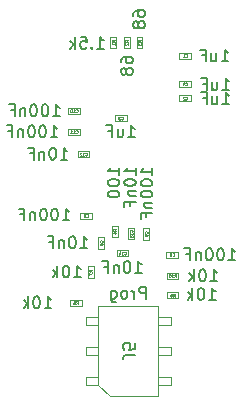
<source format=gbr>
G04 #@! TF.GenerationSoftware,KiCad,Pcbnew,5.0.1-33cea8e~68~ubuntu18.04.1*
G04 #@! TF.CreationDate,2018-11-10T13:26:22+01:00*
G04 #@! TF.ProjectId,Tiny-up5k,54696E792D7570356B2E6B696361645F,rev?*
G04 #@! TF.SameCoordinates,Original*
G04 #@! TF.FileFunction,Other,Fab,Bot*
%FSLAX46Y46*%
G04 Gerber Fmt 4.6, Leading zero omitted, Abs format (unit mm)*
G04 Created by KiCad (PCBNEW 5.0.1-33cea8e~68~ubuntu18.04.1) date za 10 nov 2018 13:26:22 CET*
%MOMM*%
%LPD*%
G01*
G04 APERTURE LIST*
%ADD10C,0.100000*%
%ADD11C,0.150000*%
%ADD12C,0.040000*%
G04 APERTURE END LIST*
D10*
G04 #@! TO.C,C12*
X147843000Y-112018000D02*
X146843000Y-112018000D01*
X147843000Y-112518000D02*
X147843000Y-112018000D01*
X146843000Y-112518000D02*
X147843000Y-112518000D01*
X146843000Y-112018000D02*
X146843000Y-112518000D01*
G04 #@! TO.C,C1*
X155436000Y-103673100D02*
X155436000Y-104173100D01*
X155436000Y-104173100D02*
X156436000Y-104173100D01*
X156436000Y-104173100D02*
X156436000Y-103673100D01*
X156436000Y-103673100D02*
X155436000Y-103673100D01*
G04 #@! TO.C,C2*
X156436000Y-107273100D02*
X155436000Y-107273100D01*
X156436000Y-107773100D02*
X156436000Y-107273100D01*
X155436000Y-107773100D02*
X156436000Y-107773100D01*
X155436000Y-107273100D02*
X155436000Y-107773100D01*
G04 #@! TO.C,C3*
X150995000Y-109470000D02*
X150995000Y-108970000D01*
X150995000Y-108970000D02*
X149995000Y-108970000D01*
X149995000Y-108970000D02*
X149995000Y-109470000D01*
X149995000Y-109470000D02*
X150995000Y-109470000D01*
G04 #@! TO.C,C4*
X156436000Y-106073100D02*
X155436000Y-106073100D01*
X156436000Y-106573100D02*
X156436000Y-106073100D01*
X155436000Y-106573100D02*
X156436000Y-106573100D01*
X155436000Y-106073100D02*
X155436000Y-106573100D01*
G04 #@! TO.C,C5*
X154336000Y-121027000D02*
X155336000Y-121027000D01*
X154336000Y-120527000D02*
X154336000Y-121027000D01*
X155336000Y-120527000D02*
X154336000Y-120527000D01*
X155336000Y-121027000D02*
X155336000Y-120527000D01*
G04 #@! TO.C,C6*
X149094000Y-119261000D02*
X148594000Y-119261000D01*
X148594000Y-119261000D02*
X148594000Y-120261000D01*
X148594000Y-120261000D02*
X149094000Y-120261000D01*
X149094000Y-120261000D02*
X149094000Y-119261000D01*
G04 #@! TO.C,C8*
X147051000Y-117225000D02*
X147051000Y-117725000D01*
X147051000Y-117725000D02*
X148051000Y-117725000D01*
X148051000Y-117725000D02*
X148051000Y-117225000D01*
X148051000Y-117225000D02*
X147051000Y-117225000D01*
G04 #@! TO.C,C9*
X152904000Y-119499000D02*
X152904000Y-118499000D01*
X152404000Y-119499000D02*
X152904000Y-119499000D01*
X152404000Y-118499000D02*
X152404000Y-119499000D01*
X152904000Y-118499000D02*
X152404000Y-118499000D01*
G04 #@! TO.C,C10*
X146035000Y-108835000D02*
X147035000Y-108835000D01*
X146035000Y-108335000D02*
X146035000Y-108835000D01*
X147035000Y-108335000D02*
X146035000Y-108335000D01*
X147035000Y-108835000D02*
X147035000Y-108335000D01*
G04 #@! TO.C,C11*
X147035000Y-110613000D02*
X147035000Y-110113000D01*
X147035000Y-110113000D02*
X146035000Y-110113000D01*
X146035000Y-110113000D02*
X146035000Y-110613000D01*
X146035000Y-110613000D02*
X147035000Y-110613000D01*
G04 #@! TO.C,C13*
X151634000Y-118476000D02*
X151134000Y-118476000D01*
X151134000Y-118476000D02*
X151134000Y-119476000D01*
X151134000Y-119476000D02*
X151634000Y-119476000D01*
X151634000Y-119476000D02*
X151634000Y-118476000D01*
G04 #@! TO.C,C14*
X151145000Y-120400000D02*
X150145000Y-120400000D01*
X151145000Y-120900000D02*
X151145000Y-120400000D01*
X150145000Y-120900000D02*
X151145000Y-120900000D01*
X150145000Y-120400000D02*
X150145000Y-120900000D01*
G04 #@! TO.C,R1*
X150110000Y-103306500D02*
X150110000Y-102306500D01*
X149610000Y-103306500D02*
X150110000Y-103306500D01*
X149610000Y-102306500D02*
X149610000Y-103306500D01*
X150110000Y-102306500D02*
X149610000Y-102306500D01*
G04 #@! TO.C,R2*
X150753000Y-102312000D02*
X150753000Y-103312000D01*
X151253000Y-102312000D02*
X150753000Y-102312000D01*
X151253000Y-103312000D02*
X151253000Y-102312000D01*
X150753000Y-103312000D02*
X151253000Y-103312000D01*
G04 #@! TO.C,R3*
X151832500Y-102312000D02*
X151832500Y-103312000D01*
X152332500Y-102312000D02*
X151832500Y-102312000D01*
X152332500Y-103312000D02*
X152332500Y-102312000D01*
X151832500Y-103312000D02*
X152332500Y-103312000D01*
G04 #@! TO.C,R4*
X149737000Y-119303000D02*
X150237000Y-119303000D01*
X150237000Y-119303000D02*
X150237000Y-118303000D01*
X150237000Y-118303000D02*
X149737000Y-118303000D01*
X149737000Y-118303000D02*
X149737000Y-119303000D01*
G04 #@! TO.C,R5*
X147185000Y-125091000D02*
X147185000Y-124591000D01*
X147185000Y-124591000D02*
X146185000Y-124591000D01*
X146185000Y-124591000D02*
X146185000Y-125091000D01*
X146185000Y-125091000D02*
X147185000Y-125091000D01*
G04 #@! TO.C,R6*
X154382000Y-124456000D02*
X155382000Y-124456000D01*
X154382000Y-123956000D02*
X154382000Y-124456000D01*
X155382000Y-123956000D02*
X154382000Y-123956000D01*
X155382000Y-124456000D02*
X155382000Y-123956000D01*
G04 #@! TO.C,R7*
X148205000Y-121743000D02*
X147705000Y-121743000D01*
X147705000Y-121743000D02*
X147705000Y-122743000D01*
X147705000Y-122743000D02*
X148205000Y-122743000D01*
X148205000Y-122743000D02*
X148205000Y-121743000D01*
G04 #@! TO.C,R10*
X155382000Y-122805000D02*
X155382000Y-122305000D01*
X155382000Y-122305000D02*
X154382000Y-122305000D01*
X154382000Y-122305000D02*
X154382000Y-122805000D01*
X154382000Y-122805000D02*
X155382000Y-122805000D01*
G04 #@! TO.C,J5*
X153685000Y-125095000D02*
X148605000Y-125095000D01*
X149555000Y-132715000D02*
X153685000Y-132715000D01*
X148605000Y-125095000D02*
X148605000Y-131765000D01*
X148605000Y-131765000D02*
X149555000Y-132715000D01*
X153685000Y-132715000D02*
X153685000Y-125095000D01*
X148605000Y-131765000D02*
X147545000Y-131765000D01*
X147545000Y-131765000D02*
X147545000Y-131125000D01*
X147545000Y-131125000D02*
X148605000Y-131125000D01*
X153685000Y-131765000D02*
X154745000Y-131765000D01*
X154745000Y-131765000D02*
X154745000Y-131125000D01*
X154745000Y-131125000D02*
X153685000Y-131125000D01*
X148605000Y-129225000D02*
X147545000Y-129225000D01*
X147545000Y-129225000D02*
X147545000Y-128585000D01*
X147545000Y-128585000D02*
X148605000Y-128585000D01*
X153685000Y-129225000D02*
X154745000Y-129225000D01*
X154745000Y-129225000D02*
X154745000Y-128585000D01*
X154745000Y-128585000D02*
X153685000Y-128585000D01*
X148605000Y-126685000D02*
X147545000Y-126685000D01*
X147545000Y-126685000D02*
X147545000Y-126045000D01*
X147545000Y-126045000D02*
X148605000Y-126045000D01*
X153685000Y-126685000D02*
X154745000Y-126685000D01*
X154745000Y-126685000D02*
X154745000Y-126045000D01*
X154745000Y-126045000D02*
X153685000Y-126045000D01*
G04 #@! TD*
G04 #@! TO.C,C12*
D11*
X145406928Y-112720380D02*
X145978357Y-112720380D01*
X145692642Y-112720380D02*
X145692642Y-111720380D01*
X145787880Y-111863238D01*
X145883119Y-111958476D01*
X145978357Y-112006095D01*
X144787880Y-111720380D02*
X144692642Y-111720380D01*
X144597404Y-111768000D01*
X144549785Y-111815619D01*
X144502166Y-111910857D01*
X144454547Y-112101333D01*
X144454547Y-112339428D01*
X144502166Y-112529904D01*
X144549785Y-112625142D01*
X144597404Y-112672761D01*
X144692642Y-112720380D01*
X144787880Y-112720380D01*
X144883119Y-112672761D01*
X144930738Y-112625142D01*
X144978357Y-112529904D01*
X145025976Y-112339428D01*
X145025976Y-112101333D01*
X144978357Y-111910857D01*
X144930738Y-111815619D01*
X144883119Y-111768000D01*
X144787880Y-111720380D01*
X144025976Y-112053714D02*
X144025976Y-112720380D01*
X144025976Y-112148952D02*
X143978357Y-112101333D01*
X143883119Y-112053714D01*
X143740261Y-112053714D01*
X143645023Y-112101333D01*
X143597404Y-112196571D01*
X143597404Y-112720380D01*
X142787880Y-112196571D02*
X143121214Y-112196571D01*
X143121214Y-112720380D02*
X143121214Y-111720380D01*
X142645023Y-111720380D01*
D12*
X147503714Y-112357285D02*
X147515619Y-112369190D01*
X147551333Y-112381095D01*
X147575142Y-112381095D01*
X147610857Y-112369190D01*
X147634666Y-112345380D01*
X147646571Y-112321571D01*
X147658476Y-112273952D01*
X147658476Y-112238238D01*
X147646571Y-112190619D01*
X147634666Y-112166809D01*
X147610857Y-112143000D01*
X147575142Y-112131095D01*
X147551333Y-112131095D01*
X147515619Y-112143000D01*
X147503714Y-112154904D01*
X147265619Y-112381095D02*
X147408476Y-112381095D01*
X147337047Y-112381095D02*
X147337047Y-112131095D01*
X147360857Y-112166809D01*
X147384666Y-112190619D01*
X147408476Y-112202523D01*
X147170380Y-112154904D02*
X147158476Y-112143000D01*
X147134666Y-112131095D01*
X147075142Y-112131095D01*
X147051333Y-112143000D01*
X147039428Y-112154904D01*
X147027523Y-112178714D01*
X147027523Y-112202523D01*
X147039428Y-112238238D01*
X147182285Y-112381095D01*
X147027523Y-112381095D01*
G04 #@! TO.C,C1*
D11*
X159027738Y-104401880D02*
X159599166Y-104401880D01*
X159313452Y-104401880D02*
X159313452Y-103401880D01*
X159408690Y-103544738D01*
X159503928Y-103639976D01*
X159599166Y-103687595D01*
X158170595Y-103735214D02*
X158170595Y-104401880D01*
X158599166Y-103735214D02*
X158599166Y-104259023D01*
X158551547Y-104354261D01*
X158456309Y-104401880D01*
X158313452Y-104401880D01*
X158218214Y-104354261D01*
X158170595Y-104306642D01*
X157361071Y-103878071D02*
X157694404Y-103878071D01*
X157694404Y-104401880D02*
X157694404Y-103401880D01*
X157218214Y-103401880D01*
D12*
X155977666Y-104012385D02*
X155989571Y-104024290D01*
X156025285Y-104036195D01*
X156049095Y-104036195D01*
X156084809Y-104024290D01*
X156108619Y-104000480D01*
X156120523Y-103976671D01*
X156132428Y-103929052D01*
X156132428Y-103893338D01*
X156120523Y-103845719D01*
X156108619Y-103821909D01*
X156084809Y-103798100D01*
X156049095Y-103786195D01*
X156025285Y-103786195D01*
X155989571Y-103798100D01*
X155977666Y-103810004D01*
X155739571Y-104036195D02*
X155882428Y-104036195D01*
X155811000Y-104036195D02*
X155811000Y-103786195D01*
X155834809Y-103821909D01*
X155858619Y-103845719D01*
X155882428Y-103857623D01*
G04 #@! TO.C,C2*
D11*
X159091238Y-108021380D02*
X159662666Y-108021380D01*
X159376952Y-108021380D02*
X159376952Y-107021380D01*
X159472190Y-107164238D01*
X159567428Y-107259476D01*
X159662666Y-107307095D01*
X158234095Y-107354714D02*
X158234095Y-108021380D01*
X158662666Y-107354714D02*
X158662666Y-107878523D01*
X158615047Y-107973761D01*
X158519809Y-108021380D01*
X158376952Y-108021380D01*
X158281714Y-107973761D01*
X158234095Y-107926142D01*
X157424571Y-107497571D02*
X157757904Y-107497571D01*
X157757904Y-108021380D02*
X157757904Y-107021380D01*
X157281714Y-107021380D01*
D12*
X155977666Y-107612385D02*
X155989571Y-107624290D01*
X156025285Y-107636195D01*
X156049095Y-107636195D01*
X156084809Y-107624290D01*
X156108619Y-107600480D01*
X156120523Y-107576671D01*
X156132428Y-107529052D01*
X156132428Y-107493338D01*
X156120523Y-107445719D01*
X156108619Y-107421909D01*
X156084809Y-107398100D01*
X156049095Y-107386195D01*
X156025285Y-107386195D01*
X155989571Y-107398100D01*
X155977666Y-107410004D01*
X155882428Y-107410004D02*
X155870523Y-107398100D01*
X155846714Y-107386195D01*
X155787190Y-107386195D01*
X155763380Y-107398100D01*
X155751476Y-107410004D01*
X155739571Y-107433814D01*
X155739571Y-107457623D01*
X155751476Y-107493338D01*
X155894333Y-107636195D01*
X155739571Y-107636195D01*
G04 #@! TO.C,C3*
D11*
X151090238Y-110815380D02*
X151661666Y-110815380D01*
X151375952Y-110815380D02*
X151375952Y-109815380D01*
X151471190Y-109958238D01*
X151566428Y-110053476D01*
X151661666Y-110101095D01*
X150233095Y-110148714D02*
X150233095Y-110815380D01*
X150661666Y-110148714D02*
X150661666Y-110672523D01*
X150614047Y-110767761D01*
X150518809Y-110815380D01*
X150375952Y-110815380D01*
X150280714Y-110767761D01*
X150233095Y-110720142D01*
X149423571Y-110291571D02*
X149756904Y-110291571D01*
X149756904Y-110815380D02*
X149756904Y-109815380D01*
X149280714Y-109815380D01*
D12*
X150536666Y-109309285D02*
X150548571Y-109321190D01*
X150584285Y-109333095D01*
X150608095Y-109333095D01*
X150643809Y-109321190D01*
X150667619Y-109297380D01*
X150679523Y-109273571D01*
X150691428Y-109225952D01*
X150691428Y-109190238D01*
X150679523Y-109142619D01*
X150667619Y-109118809D01*
X150643809Y-109095000D01*
X150608095Y-109083095D01*
X150584285Y-109083095D01*
X150548571Y-109095000D01*
X150536666Y-109106904D01*
X150453333Y-109083095D02*
X150298571Y-109083095D01*
X150381904Y-109178333D01*
X150346190Y-109178333D01*
X150322380Y-109190238D01*
X150310476Y-109202142D01*
X150298571Y-109225952D01*
X150298571Y-109285476D01*
X150310476Y-109309285D01*
X150322380Y-109321190D01*
X150346190Y-109333095D01*
X150417619Y-109333095D01*
X150441428Y-109321190D01*
X150453333Y-109309285D01*
G04 #@! TO.C,C4*
D11*
X159091238Y-106814880D02*
X159662666Y-106814880D01*
X159376952Y-106814880D02*
X159376952Y-105814880D01*
X159472190Y-105957738D01*
X159567428Y-106052976D01*
X159662666Y-106100595D01*
X158234095Y-106148214D02*
X158234095Y-106814880D01*
X158662666Y-106148214D02*
X158662666Y-106672023D01*
X158615047Y-106767261D01*
X158519809Y-106814880D01*
X158376952Y-106814880D01*
X158281714Y-106767261D01*
X158234095Y-106719642D01*
X157424571Y-106291071D02*
X157757904Y-106291071D01*
X157757904Y-106814880D02*
X157757904Y-105814880D01*
X157281714Y-105814880D01*
D12*
X155977666Y-106412385D02*
X155989571Y-106424290D01*
X156025285Y-106436195D01*
X156049095Y-106436195D01*
X156084809Y-106424290D01*
X156108619Y-106400480D01*
X156120523Y-106376671D01*
X156132428Y-106329052D01*
X156132428Y-106293338D01*
X156120523Y-106245719D01*
X156108619Y-106221909D01*
X156084809Y-106198100D01*
X156049095Y-106186195D01*
X156025285Y-106186195D01*
X155989571Y-106198100D01*
X155977666Y-106210004D01*
X155763380Y-106269528D02*
X155763380Y-106436195D01*
X155822904Y-106174290D02*
X155882428Y-106352861D01*
X155727666Y-106352861D01*
G04 #@! TO.C,C5*
D11*
X159599119Y-121229380D02*
X160170547Y-121229380D01*
X159884833Y-121229380D02*
X159884833Y-120229380D01*
X159980071Y-120372238D01*
X160075309Y-120467476D01*
X160170547Y-120515095D01*
X158980071Y-120229380D02*
X158884833Y-120229380D01*
X158789595Y-120277000D01*
X158741976Y-120324619D01*
X158694357Y-120419857D01*
X158646738Y-120610333D01*
X158646738Y-120848428D01*
X158694357Y-121038904D01*
X158741976Y-121134142D01*
X158789595Y-121181761D01*
X158884833Y-121229380D01*
X158980071Y-121229380D01*
X159075309Y-121181761D01*
X159122928Y-121134142D01*
X159170547Y-121038904D01*
X159218166Y-120848428D01*
X159218166Y-120610333D01*
X159170547Y-120419857D01*
X159122928Y-120324619D01*
X159075309Y-120277000D01*
X158980071Y-120229380D01*
X158027690Y-120229380D02*
X157932452Y-120229380D01*
X157837214Y-120277000D01*
X157789595Y-120324619D01*
X157741976Y-120419857D01*
X157694357Y-120610333D01*
X157694357Y-120848428D01*
X157741976Y-121038904D01*
X157789595Y-121134142D01*
X157837214Y-121181761D01*
X157932452Y-121229380D01*
X158027690Y-121229380D01*
X158122928Y-121181761D01*
X158170547Y-121134142D01*
X158218166Y-121038904D01*
X158265785Y-120848428D01*
X158265785Y-120610333D01*
X158218166Y-120419857D01*
X158170547Y-120324619D01*
X158122928Y-120277000D01*
X158027690Y-120229380D01*
X157265785Y-120562714D02*
X157265785Y-121229380D01*
X157265785Y-120657952D02*
X157218166Y-120610333D01*
X157122928Y-120562714D01*
X156980071Y-120562714D01*
X156884833Y-120610333D01*
X156837214Y-120705571D01*
X156837214Y-121229380D01*
X156027690Y-120705571D02*
X156361023Y-120705571D01*
X156361023Y-121229380D02*
X156361023Y-120229380D01*
X155884833Y-120229380D01*
D12*
X154877666Y-120866285D02*
X154889571Y-120878190D01*
X154925285Y-120890095D01*
X154949095Y-120890095D01*
X154984809Y-120878190D01*
X155008619Y-120854380D01*
X155020523Y-120830571D01*
X155032428Y-120782952D01*
X155032428Y-120747238D01*
X155020523Y-120699619D01*
X155008619Y-120675809D01*
X154984809Y-120652000D01*
X154949095Y-120640095D01*
X154925285Y-120640095D01*
X154889571Y-120652000D01*
X154877666Y-120663904D01*
X154651476Y-120640095D02*
X154770523Y-120640095D01*
X154782428Y-120759142D01*
X154770523Y-120747238D01*
X154746714Y-120735333D01*
X154687190Y-120735333D01*
X154663380Y-120747238D01*
X154651476Y-120759142D01*
X154639571Y-120782952D01*
X154639571Y-120842476D01*
X154651476Y-120866285D01*
X154663380Y-120878190D01*
X154687190Y-120890095D01*
X154746714Y-120890095D01*
X154770523Y-120878190D01*
X154782428Y-120866285D01*
G04 #@! TO.C,C6*
D11*
X147057928Y-120213380D02*
X147629357Y-120213380D01*
X147343642Y-120213380D02*
X147343642Y-119213380D01*
X147438880Y-119356238D01*
X147534119Y-119451476D01*
X147629357Y-119499095D01*
X146438880Y-119213380D02*
X146343642Y-119213380D01*
X146248404Y-119261000D01*
X146200785Y-119308619D01*
X146153166Y-119403857D01*
X146105547Y-119594333D01*
X146105547Y-119832428D01*
X146153166Y-120022904D01*
X146200785Y-120118142D01*
X146248404Y-120165761D01*
X146343642Y-120213380D01*
X146438880Y-120213380D01*
X146534119Y-120165761D01*
X146581738Y-120118142D01*
X146629357Y-120022904D01*
X146676976Y-119832428D01*
X146676976Y-119594333D01*
X146629357Y-119403857D01*
X146581738Y-119308619D01*
X146534119Y-119261000D01*
X146438880Y-119213380D01*
X145676976Y-119546714D02*
X145676976Y-120213380D01*
X145676976Y-119641952D02*
X145629357Y-119594333D01*
X145534119Y-119546714D01*
X145391261Y-119546714D01*
X145296023Y-119594333D01*
X145248404Y-119689571D01*
X145248404Y-120213380D01*
X144438880Y-119689571D02*
X144772214Y-119689571D01*
X144772214Y-120213380D02*
X144772214Y-119213380D01*
X144296023Y-119213380D01*
D12*
X148933285Y-119719333D02*
X148945190Y-119707428D01*
X148957095Y-119671714D01*
X148957095Y-119647904D01*
X148945190Y-119612190D01*
X148921380Y-119588380D01*
X148897571Y-119576476D01*
X148849952Y-119564571D01*
X148814238Y-119564571D01*
X148766619Y-119576476D01*
X148742809Y-119588380D01*
X148719000Y-119612190D01*
X148707095Y-119647904D01*
X148707095Y-119671714D01*
X148719000Y-119707428D01*
X148730904Y-119719333D01*
X148707095Y-119933619D02*
X148707095Y-119886000D01*
X148719000Y-119862190D01*
X148730904Y-119850285D01*
X148766619Y-119826476D01*
X148814238Y-119814571D01*
X148909476Y-119814571D01*
X148933285Y-119826476D01*
X148945190Y-119838380D01*
X148957095Y-119862190D01*
X148957095Y-119909809D01*
X148945190Y-119933619D01*
X148933285Y-119945523D01*
X148909476Y-119957428D01*
X148849952Y-119957428D01*
X148826142Y-119945523D01*
X148814238Y-119933619D01*
X148802333Y-119909809D01*
X148802333Y-119862190D01*
X148814238Y-119838380D01*
X148826142Y-119826476D01*
X148849952Y-119814571D01*
G04 #@! TO.C,C8*
D11*
X145565619Y-117863880D02*
X146137047Y-117863880D01*
X145851333Y-117863880D02*
X145851333Y-116863880D01*
X145946571Y-117006738D01*
X146041809Y-117101976D01*
X146137047Y-117149595D01*
X144946571Y-116863880D02*
X144851333Y-116863880D01*
X144756095Y-116911500D01*
X144708476Y-116959119D01*
X144660857Y-117054357D01*
X144613238Y-117244833D01*
X144613238Y-117482928D01*
X144660857Y-117673404D01*
X144708476Y-117768642D01*
X144756095Y-117816261D01*
X144851333Y-117863880D01*
X144946571Y-117863880D01*
X145041809Y-117816261D01*
X145089428Y-117768642D01*
X145137047Y-117673404D01*
X145184666Y-117482928D01*
X145184666Y-117244833D01*
X145137047Y-117054357D01*
X145089428Y-116959119D01*
X145041809Y-116911500D01*
X144946571Y-116863880D01*
X143994190Y-116863880D02*
X143898952Y-116863880D01*
X143803714Y-116911500D01*
X143756095Y-116959119D01*
X143708476Y-117054357D01*
X143660857Y-117244833D01*
X143660857Y-117482928D01*
X143708476Y-117673404D01*
X143756095Y-117768642D01*
X143803714Y-117816261D01*
X143898952Y-117863880D01*
X143994190Y-117863880D01*
X144089428Y-117816261D01*
X144137047Y-117768642D01*
X144184666Y-117673404D01*
X144232285Y-117482928D01*
X144232285Y-117244833D01*
X144184666Y-117054357D01*
X144137047Y-116959119D01*
X144089428Y-116911500D01*
X143994190Y-116863880D01*
X143232285Y-117197214D02*
X143232285Y-117863880D01*
X143232285Y-117292452D02*
X143184666Y-117244833D01*
X143089428Y-117197214D01*
X142946571Y-117197214D01*
X142851333Y-117244833D01*
X142803714Y-117340071D01*
X142803714Y-117863880D01*
X141994190Y-117340071D02*
X142327523Y-117340071D01*
X142327523Y-117863880D02*
X142327523Y-116863880D01*
X141851333Y-116863880D01*
D12*
X147592666Y-117564285D02*
X147604571Y-117576190D01*
X147640285Y-117588095D01*
X147664095Y-117588095D01*
X147699809Y-117576190D01*
X147723619Y-117552380D01*
X147735523Y-117528571D01*
X147747428Y-117480952D01*
X147747428Y-117445238D01*
X147735523Y-117397619D01*
X147723619Y-117373809D01*
X147699809Y-117350000D01*
X147664095Y-117338095D01*
X147640285Y-117338095D01*
X147604571Y-117350000D01*
X147592666Y-117361904D01*
X147449809Y-117445238D02*
X147473619Y-117433333D01*
X147485523Y-117421428D01*
X147497428Y-117397619D01*
X147497428Y-117385714D01*
X147485523Y-117361904D01*
X147473619Y-117350000D01*
X147449809Y-117338095D01*
X147402190Y-117338095D01*
X147378380Y-117350000D01*
X147366476Y-117361904D01*
X147354571Y-117385714D01*
X147354571Y-117397619D01*
X147366476Y-117421428D01*
X147378380Y-117433333D01*
X147402190Y-117445238D01*
X147449809Y-117445238D01*
X147473619Y-117457142D01*
X147485523Y-117469047D01*
X147497428Y-117492857D01*
X147497428Y-117540476D01*
X147485523Y-117564285D01*
X147473619Y-117576190D01*
X147449809Y-117588095D01*
X147402190Y-117588095D01*
X147378380Y-117576190D01*
X147366476Y-117564285D01*
X147354571Y-117540476D01*
X147354571Y-117492857D01*
X147366476Y-117469047D01*
X147378380Y-117457142D01*
X147402190Y-117445238D01*
G04 #@! TO.C,C9*
D11*
X153169880Y-114022380D02*
X153169880Y-113450952D01*
X153169880Y-113736666D02*
X152169880Y-113736666D01*
X152312738Y-113641428D01*
X152407976Y-113546190D01*
X152455595Y-113450952D01*
X152169880Y-114641428D02*
X152169880Y-114736666D01*
X152217500Y-114831904D01*
X152265119Y-114879523D01*
X152360357Y-114927142D01*
X152550833Y-114974761D01*
X152788928Y-114974761D01*
X152979404Y-114927142D01*
X153074642Y-114879523D01*
X153122261Y-114831904D01*
X153169880Y-114736666D01*
X153169880Y-114641428D01*
X153122261Y-114546190D01*
X153074642Y-114498571D01*
X152979404Y-114450952D01*
X152788928Y-114403333D01*
X152550833Y-114403333D01*
X152360357Y-114450952D01*
X152265119Y-114498571D01*
X152217500Y-114546190D01*
X152169880Y-114641428D01*
X152169880Y-115593809D02*
X152169880Y-115689047D01*
X152217500Y-115784285D01*
X152265119Y-115831904D01*
X152360357Y-115879523D01*
X152550833Y-115927142D01*
X152788928Y-115927142D01*
X152979404Y-115879523D01*
X153074642Y-115831904D01*
X153122261Y-115784285D01*
X153169880Y-115689047D01*
X153169880Y-115593809D01*
X153122261Y-115498571D01*
X153074642Y-115450952D01*
X152979404Y-115403333D01*
X152788928Y-115355714D01*
X152550833Y-115355714D01*
X152360357Y-115403333D01*
X152265119Y-115450952D01*
X152217500Y-115498571D01*
X152169880Y-115593809D01*
X152503214Y-116355714D02*
X153169880Y-116355714D01*
X152598452Y-116355714D02*
X152550833Y-116403333D01*
X152503214Y-116498571D01*
X152503214Y-116641428D01*
X152550833Y-116736666D01*
X152646071Y-116784285D01*
X153169880Y-116784285D01*
X152646071Y-117593809D02*
X152646071Y-117260476D01*
X153169880Y-117260476D02*
X152169880Y-117260476D01*
X152169880Y-117736666D01*
D12*
X152743285Y-118957333D02*
X152755190Y-118945428D01*
X152767095Y-118909714D01*
X152767095Y-118885904D01*
X152755190Y-118850190D01*
X152731380Y-118826380D01*
X152707571Y-118814476D01*
X152659952Y-118802571D01*
X152624238Y-118802571D01*
X152576619Y-118814476D01*
X152552809Y-118826380D01*
X152529000Y-118850190D01*
X152517095Y-118885904D01*
X152517095Y-118909714D01*
X152529000Y-118945428D01*
X152540904Y-118957333D01*
X152767095Y-119076380D02*
X152767095Y-119124000D01*
X152755190Y-119147809D01*
X152743285Y-119159714D01*
X152707571Y-119183523D01*
X152659952Y-119195428D01*
X152564714Y-119195428D01*
X152540904Y-119183523D01*
X152529000Y-119171619D01*
X152517095Y-119147809D01*
X152517095Y-119100190D01*
X152529000Y-119076380D01*
X152540904Y-119064476D01*
X152564714Y-119052571D01*
X152624238Y-119052571D01*
X152648047Y-119064476D01*
X152659952Y-119076380D01*
X152671857Y-119100190D01*
X152671857Y-119147809D01*
X152659952Y-119171619D01*
X152648047Y-119183523D01*
X152624238Y-119195428D01*
G04 #@! TO.C,C10*
D11*
X144740119Y-109037380D02*
X145311547Y-109037380D01*
X145025833Y-109037380D02*
X145025833Y-108037380D01*
X145121071Y-108180238D01*
X145216309Y-108275476D01*
X145311547Y-108323095D01*
X144121071Y-108037380D02*
X144025833Y-108037380D01*
X143930595Y-108085000D01*
X143882976Y-108132619D01*
X143835357Y-108227857D01*
X143787738Y-108418333D01*
X143787738Y-108656428D01*
X143835357Y-108846904D01*
X143882976Y-108942142D01*
X143930595Y-108989761D01*
X144025833Y-109037380D01*
X144121071Y-109037380D01*
X144216309Y-108989761D01*
X144263928Y-108942142D01*
X144311547Y-108846904D01*
X144359166Y-108656428D01*
X144359166Y-108418333D01*
X144311547Y-108227857D01*
X144263928Y-108132619D01*
X144216309Y-108085000D01*
X144121071Y-108037380D01*
X143168690Y-108037380D02*
X143073452Y-108037380D01*
X142978214Y-108085000D01*
X142930595Y-108132619D01*
X142882976Y-108227857D01*
X142835357Y-108418333D01*
X142835357Y-108656428D01*
X142882976Y-108846904D01*
X142930595Y-108942142D01*
X142978214Y-108989761D01*
X143073452Y-109037380D01*
X143168690Y-109037380D01*
X143263928Y-108989761D01*
X143311547Y-108942142D01*
X143359166Y-108846904D01*
X143406785Y-108656428D01*
X143406785Y-108418333D01*
X143359166Y-108227857D01*
X143311547Y-108132619D01*
X143263928Y-108085000D01*
X143168690Y-108037380D01*
X142406785Y-108370714D02*
X142406785Y-109037380D01*
X142406785Y-108465952D02*
X142359166Y-108418333D01*
X142263928Y-108370714D01*
X142121071Y-108370714D01*
X142025833Y-108418333D01*
X141978214Y-108513571D01*
X141978214Y-109037380D01*
X141168690Y-108513571D02*
X141502023Y-108513571D01*
X141502023Y-109037380D02*
X141502023Y-108037380D01*
X141025833Y-108037380D01*
D12*
X146695714Y-108674285D02*
X146707619Y-108686190D01*
X146743333Y-108698095D01*
X146767142Y-108698095D01*
X146802857Y-108686190D01*
X146826666Y-108662380D01*
X146838571Y-108638571D01*
X146850476Y-108590952D01*
X146850476Y-108555238D01*
X146838571Y-108507619D01*
X146826666Y-108483809D01*
X146802857Y-108460000D01*
X146767142Y-108448095D01*
X146743333Y-108448095D01*
X146707619Y-108460000D01*
X146695714Y-108471904D01*
X146457619Y-108698095D02*
X146600476Y-108698095D01*
X146529047Y-108698095D02*
X146529047Y-108448095D01*
X146552857Y-108483809D01*
X146576666Y-108507619D01*
X146600476Y-108519523D01*
X146302857Y-108448095D02*
X146279047Y-108448095D01*
X146255238Y-108460000D01*
X146243333Y-108471904D01*
X146231428Y-108495714D01*
X146219523Y-108543333D01*
X146219523Y-108602857D01*
X146231428Y-108650476D01*
X146243333Y-108674285D01*
X146255238Y-108686190D01*
X146279047Y-108698095D01*
X146302857Y-108698095D01*
X146326666Y-108686190D01*
X146338571Y-108674285D01*
X146350476Y-108650476D01*
X146362380Y-108602857D01*
X146362380Y-108543333D01*
X146350476Y-108495714D01*
X146338571Y-108471904D01*
X146326666Y-108460000D01*
X146302857Y-108448095D01*
G04 #@! TO.C,C11*
D11*
X144549619Y-110815380D02*
X145121047Y-110815380D01*
X144835333Y-110815380D02*
X144835333Y-109815380D01*
X144930571Y-109958238D01*
X145025809Y-110053476D01*
X145121047Y-110101095D01*
X143930571Y-109815380D02*
X143835333Y-109815380D01*
X143740095Y-109863000D01*
X143692476Y-109910619D01*
X143644857Y-110005857D01*
X143597238Y-110196333D01*
X143597238Y-110434428D01*
X143644857Y-110624904D01*
X143692476Y-110720142D01*
X143740095Y-110767761D01*
X143835333Y-110815380D01*
X143930571Y-110815380D01*
X144025809Y-110767761D01*
X144073428Y-110720142D01*
X144121047Y-110624904D01*
X144168666Y-110434428D01*
X144168666Y-110196333D01*
X144121047Y-110005857D01*
X144073428Y-109910619D01*
X144025809Y-109863000D01*
X143930571Y-109815380D01*
X142978190Y-109815380D02*
X142882952Y-109815380D01*
X142787714Y-109863000D01*
X142740095Y-109910619D01*
X142692476Y-110005857D01*
X142644857Y-110196333D01*
X142644857Y-110434428D01*
X142692476Y-110624904D01*
X142740095Y-110720142D01*
X142787714Y-110767761D01*
X142882952Y-110815380D01*
X142978190Y-110815380D01*
X143073428Y-110767761D01*
X143121047Y-110720142D01*
X143168666Y-110624904D01*
X143216285Y-110434428D01*
X143216285Y-110196333D01*
X143168666Y-110005857D01*
X143121047Y-109910619D01*
X143073428Y-109863000D01*
X142978190Y-109815380D01*
X142216285Y-110148714D02*
X142216285Y-110815380D01*
X142216285Y-110243952D02*
X142168666Y-110196333D01*
X142073428Y-110148714D01*
X141930571Y-110148714D01*
X141835333Y-110196333D01*
X141787714Y-110291571D01*
X141787714Y-110815380D01*
X140978190Y-110291571D02*
X141311523Y-110291571D01*
X141311523Y-110815380D02*
X141311523Y-109815380D01*
X140835333Y-109815380D01*
D12*
X146695714Y-110452285D02*
X146707619Y-110464190D01*
X146743333Y-110476095D01*
X146767142Y-110476095D01*
X146802857Y-110464190D01*
X146826666Y-110440380D01*
X146838571Y-110416571D01*
X146850476Y-110368952D01*
X146850476Y-110333238D01*
X146838571Y-110285619D01*
X146826666Y-110261809D01*
X146802857Y-110238000D01*
X146767142Y-110226095D01*
X146743333Y-110226095D01*
X146707619Y-110238000D01*
X146695714Y-110249904D01*
X146457619Y-110476095D02*
X146600476Y-110476095D01*
X146529047Y-110476095D02*
X146529047Y-110226095D01*
X146552857Y-110261809D01*
X146576666Y-110285619D01*
X146600476Y-110297523D01*
X146219523Y-110476095D02*
X146362380Y-110476095D01*
X146290952Y-110476095D02*
X146290952Y-110226095D01*
X146314761Y-110261809D01*
X146338571Y-110285619D01*
X146362380Y-110297523D01*
G04 #@! TO.C,C13*
D11*
X151772880Y-113990571D02*
X151772880Y-113419142D01*
X151772880Y-113704857D02*
X150772880Y-113704857D01*
X150915738Y-113609619D01*
X151010976Y-113514380D01*
X151058595Y-113419142D01*
X150772880Y-114609619D02*
X150772880Y-114704857D01*
X150820500Y-114800095D01*
X150868119Y-114847714D01*
X150963357Y-114895333D01*
X151153833Y-114942952D01*
X151391928Y-114942952D01*
X151582404Y-114895333D01*
X151677642Y-114847714D01*
X151725261Y-114800095D01*
X151772880Y-114704857D01*
X151772880Y-114609619D01*
X151725261Y-114514380D01*
X151677642Y-114466761D01*
X151582404Y-114419142D01*
X151391928Y-114371523D01*
X151153833Y-114371523D01*
X150963357Y-114419142D01*
X150868119Y-114466761D01*
X150820500Y-114514380D01*
X150772880Y-114609619D01*
X151106214Y-115371523D02*
X151772880Y-115371523D01*
X151201452Y-115371523D02*
X151153833Y-115419142D01*
X151106214Y-115514380D01*
X151106214Y-115657238D01*
X151153833Y-115752476D01*
X151249071Y-115800095D01*
X151772880Y-115800095D01*
X151249071Y-116609619D02*
X151249071Y-116276285D01*
X151772880Y-116276285D02*
X150772880Y-116276285D01*
X150772880Y-116752476D01*
D12*
X151473285Y-118815285D02*
X151485190Y-118803380D01*
X151497095Y-118767666D01*
X151497095Y-118743857D01*
X151485190Y-118708142D01*
X151461380Y-118684333D01*
X151437571Y-118672428D01*
X151389952Y-118660523D01*
X151354238Y-118660523D01*
X151306619Y-118672428D01*
X151282809Y-118684333D01*
X151259000Y-118708142D01*
X151247095Y-118743857D01*
X151247095Y-118767666D01*
X151259000Y-118803380D01*
X151270904Y-118815285D01*
X151497095Y-119053380D02*
X151497095Y-118910523D01*
X151497095Y-118981952D02*
X151247095Y-118981952D01*
X151282809Y-118958142D01*
X151306619Y-118934333D01*
X151318523Y-118910523D01*
X151247095Y-119136714D02*
X151247095Y-119291476D01*
X151342333Y-119208142D01*
X151342333Y-119243857D01*
X151354238Y-119267666D01*
X151366142Y-119279571D01*
X151389952Y-119291476D01*
X151449476Y-119291476D01*
X151473285Y-119279571D01*
X151485190Y-119267666D01*
X151497095Y-119243857D01*
X151497095Y-119172428D01*
X151485190Y-119148619D01*
X151473285Y-119136714D01*
G04 #@! TO.C,C14*
D11*
X151693428Y-122308880D02*
X152264857Y-122308880D01*
X151979142Y-122308880D02*
X151979142Y-121308880D01*
X152074380Y-121451738D01*
X152169619Y-121546976D01*
X152264857Y-121594595D01*
X151074380Y-121308880D02*
X150979142Y-121308880D01*
X150883904Y-121356500D01*
X150836285Y-121404119D01*
X150788666Y-121499357D01*
X150741047Y-121689833D01*
X150741047Y-121927928D01*
X150788666Y-122118404D01*
X150836285Y-122213642D01*
X150883904Y-122261261D01*
X150979142Y-122308880D01*
X151074380Y-122308880D01*
X151169619Y-122261261D01*
X151217238Y-122213642D01*
X151264857Y-122118404D01*
X151312476Y-121927928D01*
X151312476Y-121689833D01*
X151264857Y-121499357D01*
X151217238Y-121404119D01*
X151169619Y-121356500D01*
X151074380Y-121308880D01*
X150312476Y-121642214D02*
X150312476Y-122308880D01*
X150312476Y-121737452D02*
X150264857Y-121689833D01*
X150169619Y-121642214D01*
X150026761Y-121642214D01*
X149931523Y-121689833D01*
X149883904Y-121785071D01*
X149883904Y-122308880D01*
X149074380Y-121785071D02*
X149407714Y-121785071D01*
X149407714Y-122308880D02*
X149407714Y-121308880D01*
X148931523Y-121308880D01*
D12*
X150805714Y-120739285D02*
X150817619Y-120751190D01*
X150853333Y-120763095D01*
X150877142Y-120763095D01*
X150912857Y-120751190D01*
X150936666Y-120727380D01*
X150948571Y-120703571D01*
X150960476Y-120655952D01*
X150960476Y-120620238D01*
X150948571Y-120572619D01*
X150936666Y-120548809D01*
X150912857Y-120525000D01*
X150877142Y-120513095D01*
X150853333Y-120513095D01*
X150817619Y-120525000D01*
X150805714Y-120536904D01*
X150567619Y-120763095D02*
X150710476Y-120763095D01*
X150639047Y-120763095D02*
X150639047Y-120513095D01*
X150662857Y-120548809D01*
X150686666Y-120572619D01*
X150710476Y-120584523D01*
X150353333Y-120596428D02*
X150353333Y-120763095D01*
X150412857Y-120501190D02*
X150472380Y-120679761D01*
X150317619Y-120679761D01*
G04 #@! TO.C,R1*
D11*
X148470833Y-103322380D02*
X149042261Y-103322380D01*
X148756547Y-103322380D02*
X148756547Y-102322380D01*
X148851785Y-102465238D01*
X148947023Y-102560476D01*
X149042261Y-102608095D01*
X148042261Y-103227142D02*
X147994642Y-103274761D01*
X148042261Y-103322380D01*
X148089880Y-103274761D01*
X148042261Y-103227142D01*
X148042261Y-103322380D01*
X147089880Y-102322380D02*
X147566071Y-102322380D01*
X147613690Y-102798571D01*
X147566071Y-102750952D01*
X147470833Y-102703333D01*
X147232738Y-102703333D01*
X147137500Y-102750952D01*
X147089880Y-102798571D01*
X147042261Y-102893809D01*
X147042261Y-103131904D01*
X147089880Y-103227142D01*
X147137500Y-103274761D01*
X147232738Y-103322380D01*
X147470833Y-103322380D01*
X147566071Y-103274761D01*
X147613690Y-103227142D01*
X146613690Y-103322380D02*
X146613690Y-102322380D01*
X146518452Y-102941428D02*
X146232738Y-103322380D01*
X146232738Y-102655714D02*
X146613690Y-103036666D01*
D12*
X149973095Y-102764833D02*
X149854047Y-102681500D01*
X149973095Y-102621976D02*
X149723095Y-102621976D01*
X149723095Y-102717214D01*
X149735000Y-102741023D01*
X149746904Y-102752928D01*
X149770714Y-102764833D01*
X149806428Y-102764833D01*
X149830238Y-102752928D01*
X149842142Y-102741023D01*
X149854047Y-102717214D01*
X149854047Y-102621976D01*
X149973095Y-103002928D02*
X149973095Y-102860071D01*
X149973095Y-102931500D02*
X149723095Y-102931500D01*
X149758809Y-102907690D01*
X149782619Y-102883880D01*
X149794523Y-102860071D01*
G04 #@! TO.C,R2*
D11*
X150518880Y-104489285D02*
X150518880Y-104298809D01*
X150566500Y-104203571D01*
X150614119Y-104155952D01*
X150756976Y-104060714D01*
X150947452Y-104013095D01*
X151328404Y-104013095D01*
X151423642Y-104060714D01*
X151471261Y-104108333D01*
X151518880Y-104203571D01*
X151518880Y-104394047D01*
X151471261Y-104489285D01*
X151423642Y-104536904D01*
X151328404Y-104584523D01*
X151090309Y-104584523D01*
X150995071Y-104536904D01*
X150947452Y-104489285D01*
X150899833Y-104394047D01*
X150899833Y-104203571D01*
X150947452Y-104108333D01*
X150995071Y-104060714D01*
X151090309Y-104013095D01*
X150947452Y-105155952D02*
X150899833Y-105060714D01*
X150852214Y-105013095D01*
X150756976Y-104965476D01*
X150709357Y-104965476D01*
X150614119Y-105013095D01*
X150566500Y-105060714D01*
X150518880Y-105155952D01*
X150518880Y-105346428D01*
X150566500Y-105441666D01*
X150614119Y-105489285D01*
X150709357Y-105536904D01*
X150756976Y-105536904D01*
X150852214Y-105489285D01*
X150899833Y-105441666D01*
X150947452Y-105346428D01*
X150947452Y-105155952D01*
X150995071Y-105060714D01*
X151042690Y-105013095D01*
X151137928Y-104965476D01*
X151328404Y-104965476D01*
X151423642Y-105013095D01*
X151471261Y-105060714D01*
X151518880Y-105155952D01*
X151518880Y-105346428D01*
X151471261Y-105441666D01*
X151423642Y-105489285D01*
X151328404Y-105536904D01*
X151137928Y-105536904D01*
X151042690Y-105489285D01*
X150995071Y-105441666D01*
X150947452Y-105346428D01*
D12*
X151116095Y-102770333D02*
X150997047Y-102687000D01*
X151116095Y-102627476D02*
X150866095Y-102627476D01*
X150866095Y-102722714D01*
X150878000Y-102746523D01*
X150889904Y-102758428D01*
X150913714Y-102770333D01*
X150949428Y-102770333D01*
X150973238Y-102758428D01*
X150985142Y-102746523D01*
X150997047Y-102722714D01*
X150997047Y-102627476D01*
X150889904Y-102865571D02*
X150878000Y-102877476D01*
X150866095Y-102901285D01*
X150866095Y-102960809D01*
X150878000Y-102984619D01*
X150889904Y-102996523D01*
X150913714Y-103008428D01*
X150937523Y-103008428D01*
X150973238Y-102996523D01*
X151116095Y-102853666D01*
X151116095Y-103008428D01*
G04 #@! TO.C,R3*
D11*
X151534880Y-100552285D02*
X151534880Y-100361809D01*
X151582500Y-100266571D01*
X151630119Y-100218952D01*
X151772976Y-100123714D01*
X151963452Y-100076095D01*
X152344404Y-100076095D01*
X152439642Y-100123714D01*
X152487261Y-100171333D01*
X152534880Y-100266571D01*
X152534880Y-100457047D01*
X152487261Y-100552285D01*
X152439642Y-100599904D01*
X152344404Y-100647523D01*
X152106309Y-100647523D01*
X152011071Y-100599904D01*
X151963452Y-100552285D01*
X151915833Y-100457047D01*
X151915833Y-100266571D01*
X151963452Y-100171333D01*
X152011071Y-100123714D01*
X152106309Y-100076095D01*
X151963452Y-101218952D02*
X151915833Y-101123714D01*
X151868214Y-101076095D01*
X151772976Y-101028476D01*
X151725357Y-101028476D01*
X151630119Y-101076095D01*
X151582500Y-101123714D01*
X151534880Y-101218952D01*
X151534880Y-101409428D01*
X151582500Y-101504666D01*
X151630119Y-101552285D01*
X151725357Y-101599904D01*
X151772976Y-101599904D01*
X151868214Y-101552285D01*
X151915833Y-101504666D01*
X151963452Y-101409428D01*
X151963452Y-101218952D01*
X152011071Y-101123714D01*
X152058690Y-101076095D01*
X152153928Y-101028476D01*
X152344404Y-101028476D01*
X152439642Y-101076095D01*
X152487261Y-101123714D01*
X152534880Y-101218952D01*
X152534880Y-101409428D01*
X152487261Y-101504666D01*
X152439642Y-101552285D01*
X152344404Y-101599904D01*
X152153928Y-101599904D01*
X152058690Y-101552285D01*
X152011071Y-101504666D01*
X151963452Y-101409428D01*
D12*
X152195595Y-102770333D02*
X152076547Y-102687000D01*
X152195595Y-102627476D02*
X151945595Y-102627476D01*
X151945595Y-102722714D01*
X151957500Y-102746523D01*
X151969404Y-102758428D01*
X151993214Y-102770333D01*
X152028928Y-102770333D01*
X152052738Y-102758428D01*
X152064642Y-102746523D01*
X152076547Y-102722714D01*
X152076547Y-102627476D01*
X151945595Y-102853666D02*
X151945595Y-103008428D01*
X152040833Y-102925095D01*
X152040833Y-102960809D01*
X152052738Y-102984619D01*
X152064642Y-102996523D01*
X152088452Y-103008428D01*
X152147976Y-103008428D01*
X152171785Y-102996523D01*
X152183690Y-102984619D01*
X152195595Y-102960809D01*
X152195595Y-102889380D01*
X152183690Y-102865571D01*
X152171785Y-102853666D01*
G04 #@! TO.C,R4*
D11*
X150375880Y-114014333D02*
X150375880Y-113442904D01*
X150375880Y-113728619D02*
X149375880Y-113728619D01*
X149518738Y-113633380D01*
X149613976Y-113538142D01*
X149661595Y-113442904D01*
X149375880Y-114633380D02*
X149375880Y-114728619D01*
X149423500Y-114823857D01*
X149471119Y-114871476D01*
X149566357Y-114919095D01*
X149756833Y-114966714D01*
X149994928Y-114966714D01*
X150185404Y-114919095D01*
X150280642Y-114871476D01*
X150328261Y-114823857D01*
X150375880Y-114728619D01*
X150375880Y-114633380D01*
X150328261Y-114538142D01*
X150280642Y-114490523D01*
X150185404Y-114442904D01*
X149994928Y-114395285D01*
X149756833Y-114395285D01*
X149566357Y-114442904D01*
X149471119Y-114490523D01*
X149423500Y-114538142D01*
X149375880Y-114633380D01*
X149375880Y-115585761D02*
X149375880Y-115681000D01*
X149423500Y-115776238D01*
X149471119Y-115823857D01*
X149566357Y-115871476D01*
X149756833Y-115919095D01*
X149994928Y-115919095D01*
X150185404Y-115871476D01*
X150280642Y-115823857D01*
X150328261Y-115776238D01*
X150375880Y-115681000D01*
X150375880Y-115585761D01*
X150328261Y-115490523D01*
X150280642Y-115442904D01*
X150185404Y-115395285D01*
X149994928Y-115347666D01*
X149756833Y-115347666D01*
X149566357Y-115395285D01*
X149471119Y-115442904D01*
X149423500Y-115490523D01*
X149375880Y-115585761D01*
D12*
X150100095Y-118761333D02*
X149981047Y-118678000D01*
X150100095Y-118618476D02*
X149850095Y-118618476D01*
X149850095Y-118713714D01*
X149862000Y-118737523D01*
X149873904Y-118749428D01*
X149897714Y-118761333D01*
X149933428Y-118761333D01*
X149957238Y-118749428D01*
X149969142Y-118737523D01*
X149981047Y-118713714D01*
X149981047Y-118618476D01*
X149933428Y-118975619D02*
X150100095Y-118975619D01*
X149838190Y-118916095D02*
X150016761Y-118856571D01*
X150016761Y-119011333D01*
G04 #@! TO.C,R5*
D11*
X144041738Y-125293380D02*
X144613166Y-125293380D01*
X144327452Y-125293380D02*
X144327452Y-124293380D01*
X144422690Y-124436238D01*
X144517928Y-124531476D01*
X144613166Y-124579095D01*
X143422690Y-124293380D02*
X143327452Y-124293380D01*
X143232214Y-124341000D01*
X143184595Y-124388619D01*
X143136976Y-124483857D01*
X143089357Y-124674333D01*
X143089357Y-124912428D01*
X143136976Y-125102904D01*
X143184595Y-125198142D01*
X143232214Y-125245761D01*
X143327452Y-125293380D01*
X143422690Y-125293380D01*
X143517928Y-125245761D01*
X143565547Y-125198142D01*
X143613166Y-125102904D01*
X143660785Y-124912428D01*
X143660785Y-124674333D01*
X143613166Y-124483857D01*
X143565547Y-124388619D01*
X143517928Y-124341000D01*
X143422690Y-124293380D01*
X142660785Y-125293380D02*
X142660785Y-124293380D01*
X142565547Y-124912428D02*
X142279833Y-125293380D01*
X142279833Y-124626714D02*
X142660785Y-125007666D01*
D12*
X146726666Y-124954095D02*
X146810000Y-124835047D01*
X146869523Y-124954095D02*
X146869523Y-124704095D01*
X146774285Y-124704095D01*
X146750476Y-124716000D01*
X146738571Y-124727904D01*
X146726666Y-124751714D01*
X146726666Y-124787428D01*
X146738571Y-124811238D01*
X146750476Y-124823142D01*
X146774285Y-124835047D01*
X146869523Y-124835047D01*
X146500476Y-124704095D02*
X146619523Y-124704095D01*
X146631428Y-124823142D01*
X146619523Y-124811238D01*
X146595714Y-124799333D01*
X146536190Y-124799333D01*
X146512380Y-124811238D01*
X146500476Y-124823142D01*
X146488571Y-124846952D01*
X146488571Y-124906476D01*
X146500476Y-124930285D01*
X146512380Y-124942190D01*
X146536190Y-124954095D01*
X146595714Y-124954095D01*
X146619523Y-124942190D01*
X146631428Y-124930285D01*
G04 #@! TO.C,R6*
D11*
X157948238Y-124594880D02*
X158519666Y-124594880D01*
X158233952Y-124594880D02*
X158233952Y-123594880D01*
X158329190Y-123737738D01*
X158424428Y-123832976D01*
X158519666Y-123880595D01*
X157329190Y-123594880D02*
X157233952Y-123594880D01*
X157138714Y-123642500D01*
X157091095Y-123690119D01*
X157043476Y-123785357D01*
X156995857Y-123975833D01*
X156995857Y-124213928D01*
X157043476Y-124404404D01*
X157091095Y-124499642D01*
X157138714Y-124547261D01*
X157233952Y-124594880D01*
X157329190Y-124594880D01*
X157424428Y-124547261D01*
X157472047Y-124499642D01*
X157519666Y-124404404D01*
X157567285Y-124213928D01*
X157567285Y-123975833D01*
X157519666Y-123785357D01*
X157472047Y-123690119D01*
X157424428Y-123642500D01*
X157329190Y-123594880D01*
X156567285Y-124594880D02*
X156567285Y-123594880D01*
X156472047Y-124213928D02*
X156186333Y-124594880D01*
X156186333Y-123928214D02*
X156567285Y-124309166D01*
D12*
X154923666Y-124319095D02*
X155007000Y-124200047D01*
X155066523Y-124319095D02*
X155066523Y-124069095D01*
X154971285Y-124069095D01*
X154947476Y-124081000D01*
X154935571Y-124092904D01*
X154923666Y-124116714D01*
X154923666Y-124152428D01*
X154935571Y-124176238D01*
X154947476Y-124188142D01*
X154971285Y-124200047D01*
X155066523Y-124200047D01*
X154709380Y-124069095D02*
X154757000Y-124069095D01*
X154780809Y-124081000D01*
X154792714Y-124092904D01*
X154816523Y-124128619D01*
X154828428Y-124176238D01*
X154828428Y-124271476D01*
X154816523Y-124295285D01*
X154804619Y-124307190D01*
X154780809Y-124319095D01*
X154733190Y-124319095D01*
X154709380Y-124307190D01*
X154697476Y-124295285D01*
X154685571Y-124271476D01*
X154685571Y-124211952D01*
X154697476Y-124188142D01*
X154709380Y-124176238D01*
X154733190Y-124164333D01*
X154780809Y-124164333D01*
X154804619Y-124176238D01*
X154816523Y-124188142D01*
X154828428Y-124211952D01*
G04 #@! TO.C,R7*
D11*
X146518238Y-122695380D02*
X147089666Y-122695380D01*
X146803952Y-122695380D02*
X146803952Y-121695380D01*
X146899190Y-121838238D01*
X146994428Y-121933476D01*
X147089666Y-121981095D01*
X145899190Y-121695380D02*
X145803952Y-121695380D01*
X145708714Y-121743000D01*
X145661095Y-121790619D01*
X145613476Y-121885857D01*
X145565857Y-122076333D01*
X145565857Y-122314428D01*
X145613476Y-122504904D01*
X145661095Y-122600142D01*
X145708714Y-122647761D01*
X145803952Y-122695380D01*
X145899190Y-122695380D01*
X145994428Y-122647761D01*
X146042047Y-122600142D01*
X146089666Y-122504904D01*
X146137285Y-122314428D01*
X146137285Y-122076333D01*
X146089666Y-121885857D01*
X146042047Y-121790619D01*
X145994428Y-121743000D01*
X145899190Y-121695380D01*
X145137285Y-122695380D02*
X145137285Y-121695380D01*
X145042047Y-122314428D02*
X144756333Y-122695380D01*
X144756333Y-122028714D02*
X145137285Y-122409666D01*
D12*
X148068095Y-122201333D02*
X147949047Y-122118000D01*
X148068095Y-122058476D02*
X147818095Y-122058476D01*
X147818095Y-122153714D01*
X147830000Y-122177523D01*
X147841904Y-122189428D01*
X147865714Y-122201333D01*
X147901428Y-122201333D01*
X147925238Y-122189428D01*
X147937142Y-122177523D01*
X147949047Y-122153714D01*
X147949047Y-122058476D01*
X147818095Y-122284666D02*
X147818095Y-122451333D01*
X148068095Y-122344190D01*
G04 #@! TO.C,R10*
D11*
X158075238Y-123007380D02*
X158646666Y-123007380D01*
X158360952Y-123007380D02*
X158360952Y-122007380D01*
X158456190Y-122150238D01*
X158551428Y-122245476D01*
X158646666Y-122293095D01*
X157456190Y-122007380D02*
X157360952Y-122007380D01*
X157265714Y-122055000D01*
X157218095Y-122102619D01*
X157170476Y-122197857D01*
X157122857Y-122388333D01*
X157122857Y-122626428D01*
X157170476Y-122816904D01*
X157218095Y-122912142D01*
X157265714Y-122959761D01*
X157360952Y-123007380D01*
X157456190Y-123007380D01*
X157551428Y-122959761D01*
X157599047Y-122912142D01*
X157646666Y-122816904D01*
X157694285Y-122626428D01*
X157694285Y-122388333D01*
X157646666Y-122197857D01*
X157599047Y-122102619D01*
X157551428Y-122055000D01*
X157456190Y-122007380D01*
X156694285Y-123007380D02*
X156694285Y-122007380D01*
X156599047Y-122626428D02*
X156313333Y-123007380D01*
X156313333Y-122340714D02*
X156694285Y-122721666D01*
D12*
X155042714Y-122668095D02*
X155126047Y-122549047D01*
X155185571Y-122668095D02*
X155185571Y-122418095D01*
X155090333Y-122418095D01*
X155066523Y-122430000D01*
X155054619Y-122441904D01*
X155042714Y-122465714D01*
X155042714Y-122501428D01*
X155054619Y-122525238D01*
X155066523Y-122537142D01*
X155090333Y-122549047D01*
X155185571Y-122549047D01*
X154804619Y-122668095D02*
X154947476Y-122668095D01*
X154876047Y-122668095D02*
X154876047Y-122418095D01*
X154899857Y-122453809D01*
X154923666Y-122477619D01*
X154947476Y-122489523D01*
X154649857Y-122418095D02*
X154626047Y-122418095D01*
X154602238Y-122430000D01*
X154590333Y-122441904D01*
X154578428Y-122465714D01*
X154566523Y-122513333D01*
X154566523Y-122572857D01*
X154578428Y-122620476D01*
X154590333Y-122644285D01*
X154602238Y-122656190D01*
X154626047Y-122668095D01*
X154649857Y-122668095D01*
X154673666Y-122656190D01*
X154685571Y-122644285D01*
X154697476Y-122620476D01*
X154709380Y-122572857D01*
X154709380Y-122513333D01*
X154697476Y-122465714D01*
X154685571Y-122441904D01*
X154673666Y-122430000D01*
X154649857Y-122418095D01*
G04 #@! TO.C,J5*
D11*
X152621190Y-124487380D02*
X152621190Y-123487380D01*
X152240238Y-123487380D01*
X152145000Y-123535000D01*
X152097380Y-123582619D01*
X152049761Y-123677857D01*
X152049761Y-123820714D01*
X152097380Y-123915952D01*
X152145000Y-123963571D01*
X152240238Y-124011190D01*
X152621190Y-124011190D01*
X151621190Y-124487380D02*
X151621190Y-123820714D01*
X151621190Y-124011190D02*
X151573571Y-123915952D01*
X151525952Y-123868333D01*
X151430714Y-123820714D01*
X151335476Y-123820714D01*
X150859285Y-124487380D02*
X150954523Y-124439761D01*
X151002142Y-124392142D01*
X151049761Y-124296904D01*
X151049761Y-124011190D01*
X151002142Y-123915952D01*
X150954523Y-123868333D01*
X150859285Y-123820714D01*
X150716428Y-123820714D01*
X150621190Y-123868333D01*
X150573571Y-123915952D01*
X150525952Y-124011190D01*
X150525952Y-124296904D01*
X150573571Y-124392142D01*
X150621190Y-124439761D01*
X150716428Y-124487380D01*
X150859285Y-124487380D01*
X149668809Y-123820714D02*
X149668809Y-124630238D01*
X149716428Y-124725476D01*
X149764047Y-124773095D01*
X149859285Y-124820714D01*
X150002142Y-124820714D01*
X150097380Y-124773095D01*
X149668809Y-124439761D02*
X149764047Y-124487380D01*
X149954523Y-124487380D01*
X150049761Y-124439761D01*
X150097380Y-124392142D01*
X150145000Y-124296904D01*
X150145000Y-124011190D01*
X150097380Y-123915952D01*
X150049761Y-123868333D01*
X149954523Y-123820714D01*
X149764047Y-123820714D01*
X149668809Y-123868333D01*
X151692619Y-129238333D02*
X150978333Y-129238333D01*
X150835476Y-129285952D01*
X150740238Y-129381190D01*
X150692619Y-129524047D01*
X150692619Y-129619285D01*
X151692619Y-128285952D02*
X151692619Y-128762142D01*
X151216428Y-128809761D01*
X151264047Y-128762142D01*
X151311666Y-128666904D01*
X151311666Y-128428809D01*
X151264047Y-128333571D01*
X151216428Y-128285952D01*
X151121190Y-128238333D01*
X150883095Y-128238333D01*
X150787857Y-128285952D01*
X150740238Y-128333571D01*
X150692619Y-128428809D01*
X150692619Y-128666904D01*
X150740238Y-128762142D01*
X150787857Y-128809761D01*
G04 #@! TD*
M02*

</source>
